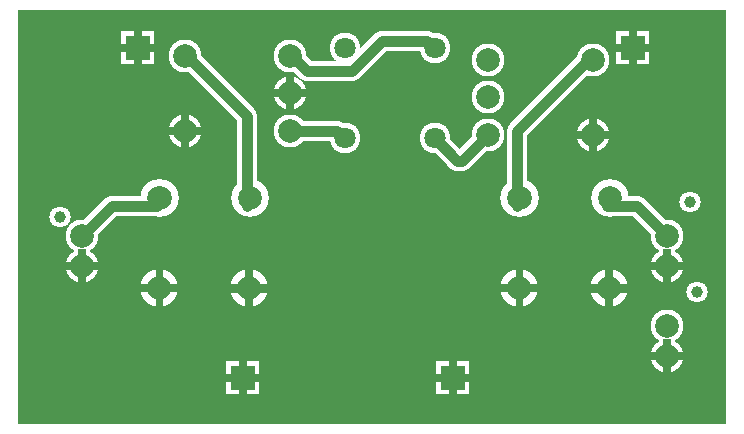
<source format=gbr>
%FSLAX34Y34*%
%MOMM*%
%LNCOPPER_BOTTOM*%
G71*
G01*
%ADD10C,3.200*%
%ADD11C,2.800*%
%ADD12C,2.800*%
%ADD13C,1.700*%
%ADD14C,2.600*%
%ADD15C,1.800*%
%ADD16C,0.667*%
%ADD17C,0.680*%
%ADD18C,2.000*%
%ADD19C,2.000*%
%ADD20C,0.900*%
%ADD21C,1.000*%
%ADD22C,4.300*%
%LPD*%
G36*
X0Y350000D02*
X600000Y350000D01*
X600000Y0D01*
X0Y0D01*
X0Y350000D01*
G37*
%LPC*%
X120067Y190766D02*
G54D10*
D03*
X120017Y114516D02*
G54D10*
D03*
X120067Y190766D02*
G54D11*
D03*
X196258Y190692D02*
G54D10*
D03*
X120008Y190742D02*
G54D10*
D03*
X196257Y190692D02*
G54D11*
D03*
X196258Y190692D02*
G54D10*
D03*
X196208Y114442D02*
G54D10*
D03*
X196258Y190692D02*
G54D11*
D03*
X424867Y190766D02*
G54D10*
D03*
X424817Y114516D02*
G54D10*
D03*
X424867Y190766D02*
G54D11*
D03*
X501058Y190692D02*
G54D10*
D03*
X424808Y190742D02*
G54D10*
D03*
X501058Y190692D02*
G54D11*
D03*
X501058Y190692D02*
G54D10*
D03*
X501008Y114442D02*
G54D10*
D03*
X501058Y190692D02*
G54D11*
D03*
X54423Y159061D02*
G54D12*
D03*
X54423Y133661D02*
G54D12*
D03*
X549723Y159061D02*
G54D12*
D03*
X549723Y133661D02*
G54D12*
D03*
G54D13*
X549723Y159061D02*
X524323Y184461D01*
X498923Y184461D01*
X501058Y190692D01*
X549723Y82861D02*
G54D12*
D03*
X549723Y57461D02*
G54D12*
D03*
X352873Y317811D02*
G54D14*
D03*
X276673Y317811D02*
G54D14*
D03*
X352873Y241611D02*
G54D14*
D03*
X352873Y317811D02*
G54D14*
D03*
X276673Y241611D02*
G54D14*
D03*
X352873Y241611D02*
G54D14*
D03*
X276673Y317811D02*
G54D14*
D03*
X276673Y241611D02*
G54D14*
D03*
X141650Y311373D02*
G54D12*
D03*
X141650Y247873D02*
G54D12*
D03*
X230550Y311373D02*
G54D12*
D03*
X230550Y279623D02*
G54D12*
D03*
X230550Y247873D02*
G54D12*
D03*
X487090Y244580D02*
G54D12*
D03*
X487090Y308080D02*
G54D12*
D03*
X398190Y244580D02*
G54D12*
D03*
X398190Y276330D02*
G54D12*
D03*
X398190Y308080D02*
G54D12*
D03*
G54D13*
X54423Y159061D02*
X79823Y184461D01*
X117923Y184461D01*
X120008Y190742D01*
G54D13*
X141650Y311373D02*
X143323Y311461D01*
X194123Y260661D01*
X194123Y184461D01*
X196258Y190692D01*
G54D13*
X230550Y247873D02*
X232223Y247961D01*
X270323Y247961D01*
X276673Y241611D01*
G54D13*
X230550Y311373D02*
X232223Y311461D01*
X244923Y298761D01*
X283023Y298761D01*
X308423Y324161D01*
X346523Y324161D01*
X352873Y317811D01*
G54D13*
X487090Y308080D02*
X486223Y311461D01*
X422723Y247961D01*
X422723Y184461D01*
X424808Y190742D01*
G54D13*
X352873Y241611D02*
X371923Y222561D01*
X376171Y222561D01*
X398190Y244580D01*
X569100Y187910D02*
G54D15*
D03*
X575450Y111710D02*
G54D15*
D03*
X35700Y175210D02*
G54D15*
D03*
G36*
X176500Y52900D02*
X204500Y52900D01*
X204500Y24900D01*
X176500Y24900D01*
X176500Y52900D01*
G37*
G36*
X354300Y52900D02*
X382300Y52900D01*
X382300Y24900D01*
X354300Y24900D01*
X354300Y52900D01*
G37*
G36*
X87600Y332300D02*
X115600Y332300D01*
X115600Y304300D01*
X87600Y304300D01*
X87600Y332300D01*
G37*
G36*
X506700Y332300D02*
X534700Y332300D01*
X534700Y304300D01*
X506700Y304300D01*
X506700Y332300D01*
G37*
%LPD*%
G54D16*
G36*
X120017Y117849D02*
X136517Y117849D01*
X136517Y111183D01*
X120017Y111183D01*
X120017Y117849D01*
G37*
G36*
X123350Y114516D02*
X123350Y98016D01*
X116684Y98016D01*
X116684Y114516D01*
X123350Y114516D01*
G37*
G36*
X120017Y111183D02*
X103517Y111183D01*
X103517Y117849D01*
X120017Y117849D01*
X120017Y111183D01*
G37*
G36*
X116684Y114516D02*
X116684Y131016D01*
X123350Y131016D01*
X123350Y114516D01*
X116684Y114516D01*
G37*
G54D17*
G36*
X196208Y117842D02*
X212708Y117842D01*
X212708Y111042D01*
X196208Y111042D01*
X196208Y117842D01*
G37*
G36*
X199608Y114442D02*
X199608Y97942D01*
X192808Y97942D01*
X192808Y114442D01*
X199608Y114442D01*
G37*
G36*
X196208Y111042D02*
X179708Y111042D01*
X179708Y117842D01*
X196208Y117842D01*
X196208Y111042D01*
G37*
G36*
X192808Y114442D02*
X192808Y130942D01*
X199608Y130942D01*
X199608Y114442D01*
X192808Y114442D01*
G37*
G54D16*
G36*
X424817Y117849D02*
X441317Y117849D01*
X441317Y111183D01*
X424817Y111183D01*
X424817Y117849D01*
G37*
G36*
X428150Y114516D02*
X428150Y98016D01*
X421484Y98016D01*
X421484Y114516D01*
X428150Y114516D01*
G37*
G36*
X424817Y111183D02*
X408317Y111183D01*
X408317Y117849D01*
X424817Y117849D01*
X424817Y111183D01*
G37*
G36*
X421484Y114516D02*
X421484Y131016D01*
X428150Y131016D01*
X428150Y114516D01*
X421484Y114516D01*
G37*
G54D17*
G36*
X501008Y117842D02*
X517508Y117842D01*
X517508Y111042D01*
X501008Y111042D01*
X501008Y117842D01*
G37*
G36*
X504408Y114442D02*
X504408Y97942D01*
X497608Y97942D01*
X497608Y114442D01*
X504408Y114442D01*
G37*
G36*
X501008Y111042D02*
X484508Y111042D01*
X484508Y117842D01*
X501008Y117842D01*
X501008Y111042D01*
G37*
G36*
X497608Y114442D02*
X497608Y130942D01*
X504408Y130942D01*
X504408Y114442D01*
X497608Y114442D01*
G37*
G54D16*
G36*
X51090Y133661D02*
X51090Y148161D01*
X57756Y148161D01*
X57756Y133661D01*
X51090Y133661D01*
G37*
G36*
X54423Y136994D02*
X68923Y136994D01*
X68923Y130328D01*
X54423Y130328D01*
X54423Y136994D01*
G37*
G36*
X57756Y133661D02*
X57756Y119161D01*
X51090Y119161D01*
X51090Y133661D01*
X57756Y133661D01*
G37*
G36*
X54423Y130328D02*
X39923Y130328D01*
X39923Y136994D01*
X54423Y136994D01*
X54423Y130328D01*
G37*
G54D16*
G36*
X546390Y133661D02*
X546390Y148161D01*
X553056Y148161D01*
X553056Y133661D01*
X546390Y133661D01*
G37*
G36*
X549723Y136994D02*
X564223Y136994D01*
X564223Y130328D01*
X549723Y130328D01*
X549723Y136994D01*
G37*
G36*
X553056Y133661D02*
X553056Y119161D01*
X546390Y119161D01*
X546390Y133661D01*
X553056Y133661D01*
G37*
G36*
X549723Y130328D02*
X535223Y130328D01*
X535223Y136994D01*
X549723Y136994D01*
X549723Y130328D01*
G37*
G54D16*
G36*
X546390Y57461D02*
X546390Y71961D01*
X553056Y71961D01*
X553056Y57461D01*
X546390Y57461D01*
G37*
G36*
X549723Y60794D02*
X564223Y60794D01*
X564223Y54128D01*
X549723Y54128D01*
X549723Y60794D01*
G37*
G36*
X553056Y57461D02*
X553056Y42961D01*
X546390Y42961D01*
X546390Y57461D01*
X553056Y57461D01*
G37*
G36*
X549723Y54128D02*
X535223Y54128D01*
X535223Y60794D01*
X549723Y60794D01*
X549723Y54128D01*
G37*
G54D16*
G36*
X138317Y247873D02*
X138317Y262373D01*
X144983Y262373D01*
X144983Y247873D01*
X138317Y247873D01*
G37*
G36*
X141650Y251206D02*
X156150Y251206D01*
X156150Y244540D01*
X141650Y244540D01*
X141650Y251206D01*
G37*
G36*
X144983Y247873D02*
X144983Y233373D01*
X138317Y233373D01*
X138317Y247873D01*
X144983Y247873D01*
G37*
G36*
X141650Y244540D02*
X127150Y244540D01*
X127150Y251206D01*
X141650Y251206D01*
X141650Y244540D01*
G37*
G54D16*
G36*
X227217Y279623D02*
X227217Y294123D01*
X233883Y294123D01*
X233883Y279623D01*
X227217Y279623D01*
G37*
G36*
X230550Y282956D02*
X245050Y282956D01*
X245050Y276290D01*
X230550Y276290D01*
X230550Y282956D01*
G37*
G36*
X233883Y279623D02*
X233883Y265123D01*
X227217Y265123D01*
X227217Y279623D01*
X233883Y279623D01*
G37*
G36*
X230550Y276290D02*
X216050Y276290D01*
X216050Y282956D01*
X230550Y282956D01*
X230550Y276290D01*
G37*
G54D16*
G36*
X490423Y244580D02*
X490423Y230080D01*
X483757Y230080D01*
X483757Y244580D01*
X490423Y244580D01*
G37*
G36*
X487090Y241247D02*
X472590Y241247D01*
X472590Y247913D01*
X487090Y247913D01*
X487090Y241247D01*
G37*
G36*
X483757Y244580D02*
X483757Y259080D01*
X490423Y259080D01*
X490423Y244580D01*
X483757Y244580D01*
G37*
G36*
X487090Y247913D02*
X501590Y247913D01*
X501590Y241247D01*
X487090Y241247D01*
X487090Y247913D01*
G37*
G54D16*
G36*
X187167Y38900D02*
X187167Y53400D01*
X193833Y53400D01*
X193833Y38900D01*
X187167Y38900D01*
G37*
G36*
X190500Y42233D02*
X205000Y42233D01*
X205000Y35567D01*
X190500Y35567D01*
X190500Y42233D01*
G37*
G36*
X193833Y38900D02*
X193833Y24400D01*
X187167Y24400D01*
X187167Y38900D01*
X193833Y38900D01*
G37*
G36*
X190500Y35567D02*
X176000Y35567D01*
X176000Y42233D01*
X190500Y42233D01*
X190500Y35567D01*
G37*
G54D16*
G36*
X364967Y38900D02*
X364967Y53400D01*
X371633Y53400D01*
X371633Y38900D01*
X364967Y38900D01*
G37*
G36*
X368300Y42233D02*
X382800Y42233D01*
X382800Y35567D01*
X368300Y35567D01*
X368300Y42233D01*
G37*
G36*
X371633Y38900D02*
X371633Y24400D01*
X364967Y24400D01*
X364967Y38900D01*
X371633Y38900D01*
G37*
G36*
X368300Y35567D02*
X353800Y35567D01*
X353800Y42233D01*
X368300Y42233D01*
X368300Y35567D01*
G37*
G54D16*
G36*
X98267Y318300D02*
X98267Y332800D01*
X104933Y332800D01*
X104933Y318300D01*
X98267Y318300D01*
G37*
G36*
X101600Y321633D02*
X116100Y321633D01*
X116100Y314967D01*
X101600Y314967D01*
X101600Y321633D01*
G37*
G36*
X104933Y318300D02*
X104933Y303800D01*
X98267Y303800D01*
X98267Y318300D01*
X104933Y318300D01*
G37*
G36*
X101600Y314967D02*
X87100Y314967D01*
X87100Y321633D01*
X101600Y321633D01*
X101600Y314967D01*
G37*
G54D16*
G36*
X517367Y318300D02*
X517367Y332800D01*
X524033Y332800D01*
X524033Y318300D01*
X517367Y318300D01*
G37*
G36*
X520700Y321633D02*
X535200Y321633D01*
X535200Y314967D01*
X520700Y314967D01*
X520700Y321633D01*
G37*
G36*
X524033Y318300D02*
X524033Y303800D01*
X517367Y303800D01*
X517367Y318300D01*
X524033Y318300D01*
G37*
G36*
X520700Y314967D02*
X506200Y314967D01*
X506200Y321633D01*
X520700Y321633D01*
X520700Y314967D01*
G37*
X120067Y190766D02*
G54D18*
D03*
X120017Y114516D02*
G54D18*
D03*
X120067Y190766D02*
G54D19*
D03*
X196258Y190692D02*
G54D18*
D03*
X120008Y190742D02*
G54D18*
D03*
X196257Y190692D02*
G54D19*
D03*
X196258Y190692D02*
G54D18*
D03*
X196208Y114442D02*
G54D18*
D03*
X196258Y190692D02*
G54D19*
D03*
X424867Y190766D02*
G54D18*
D03*
X424817Y114516D02*
G54D18*
D03*
X424867Y190766D02*
G54D19*
D03*
X501058Y190692D02*
G54D18*
D03*
X424808Y190742D02*
G54D18*
D03*
X501058Y190692D02*
G54D19*
D03*
X501058Y190692D02*
G54D18*
D03*
X501008Y114442D02*
G54D18*
D03*
X501058Y190692D02*
G54D19*
D03*
X54423Y159061D02*
G54D18*
D03*
X54423Y133661D02*
G54D18*
D03*
X549723Y159061D02*
G54D18*
D03*
X549723Y133661D02*
G54D18*
D03*
G54D20*
X549723Y159061D02*
X524323Y184461D01*
X498923Y184461D01*
X501058Y190692D01*
X549723Y82861D02*
G54D18*
D03*
X549723Y57461D02*
G54D18*
D03*
X352873Y317811D02*
G54D15*
D03*
X276673Y317811D02*
G54D15*
D03*
X352873Y241611D02*
G54D15*
D03*
X352873Y317811D02*
G54D15*
D03*
X276673Y241611D02*
G54D15*
D03*
X352873Y241611D02*
G54D15*
D03*
X276673Y317811D02*
G54D15*
D03*
X276673Y241611D02*
G54D15*
D03*
X141650Y311373D02*
G54D18*
D03*
X141650Y247873D02*
G54D18*
D03*
X230550Y311373D02*
G54D18*
D03*
X230550Y279623D02*
G54D18*
D03*
X230550Y247873D02*
G54D18*
D03*
X487090Y244580D02*
G54D18*
D03*
X487090Y308080D02*
G54D18*
D03*
X398190Y244580D02*
G54D18*
D03*
X398190Y276330D02*
G54D18*
D03*
X398190Y308080D02*
G54D18*
D03*
G54D20*
X54423Y159061D02*
X79823Y184461D01*
X117923Y184461D01*
X120008Y190742D01*
G54D20*
X141650Y311373D02*
X143323Y311461D01*
X194123Y260661D01*
X194123Y184461D01*
X196258Y190692D01*
G54D20*
X230550Y247873D02*
X232223Y247961D01*
X270323Y247961D01*
X276673Y241611D01*
G54D20*
X230550Y311373D02*
X232223Y311461D01*
X244923Y298761D01*
X283023Y298761D01*
X308423Y324161D01*
X346523Y324161D01*
X352873Y317811D01*
G54D20*
X487090Y308080D02*
X486223Y311461D01*
X422723Y247961D01*
X422723Y184461D01*
X424808Y190742D01*
G54D20*
X352873Y241611D02*
X371923Y222561D01*
X376171Y222561D01*
X398190Y244580D01*
X569100Y187910D02*
G54D21*
D03*
X575450Y111710D02*
G54D21*
D03*
X35700Y175210D02*
G54D21*
D03*
X50800Y45200D02*
G54D22*
D03*
G36*
X180500Y48900D02*
X200500Y48900D01*
X200500Y28900D01*
X180500Y28900D01*
X180500Y48900D01*
G37*
G36*
X358300Y48900D02*
X378300Y48900D01*
X378300Y28900D01*
X358300Y28900D01*
X358300Y48900D01*
G37*
X469900Y45200D02*
G54D22*
D03*
X558800Y299200D02*
G54D22*
D03*
X50800Y299200D02*
G54D22*
D03*
G36*
X91600Y328300D02*
X111600Y328300D01*
X111600Y308300D01*
X91600Y308300D01*
X91600Y328300D01*
G37*
G36*
X510700Y328300D02*
X530700Y328300D01*
X530700Y308300D01*
X510700Y308300D01*
X510700Y328300D01*
G37*
M02*

</source>
